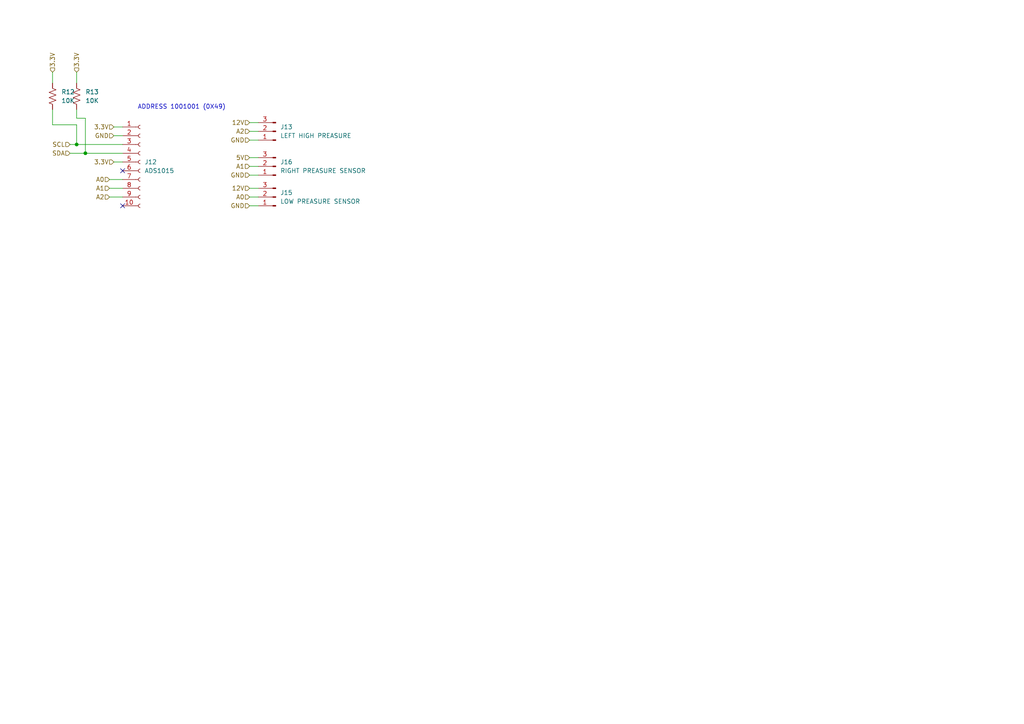
<source format=kicad_sch>
(kicad_sch (version 20231120) (generator "eeschema") (generator_version "8.0")
  (paper "A4")
  (lib_symbols
    (symbol "Connector:Conn_01x03_Pin" (pin_names (offset 1.016) hide)
      (property "Reference" "J" (at 0 5.08 0))
      (property "Value" "Conn_01x03_Pin" (at 0 -5.08 0))
      (symbol "Conn_01x03_Pin_1_1"
        (polyline (pts (xy 1.27 -2.54) (xy 0.8636 -2.54)) (stroke (width 0.1524)))
        (polyline (pts (xy 1.27 0) (xy 0.8636 0)) (stroke (width 0.1524)))
        (polyline (pts (xy 1.27 2.54) (xy 0.8636 2.54)) (stroke (width 0.1524)))
        (rectangle (start 0.8636 -2.413) (end 0 -2.667) (stroke (width 0.1524)) (fill (type outline)))
        (rectangle (start 0.8636 0.127) (end 0 -0.127) (stroke (width 0.1524)) (fill (type outline)))
        (rectangle (start 0.8636 2.667) (end 0 2.413) (stroke (width 0.1524)) (fill (type outline)))
        (pin passive line (at 5.08 2.54 180) (length 3.81) (name "Pin_1") (number "1"))
        (pin passive line (at 5.08 0 180) (length 3.81) (name "Pin_2") (number "2"))
        (pin passive line (at 5.08 -2.54 180) (length 3.81) (name "Pin_3") (number "3"))
      )
    )
    (symbol "Connector:Conn_01x10_Socket" (pin_names (offset 1.016) hide)
      (property "Reference" "J" (at 0 12.7 0))
      (property "Value" "Conn_01x10_Socket" (at 0 -15.24 0))
      (symbol "Conn_01x10_Socket_1_1"
        (arc (start 0 -12.192) (mid -0.5058 -12.7) (end 0 -13.208) (stroke (width 0.1524)))
        (arc (start 0 -9.652) (mid -0.5058 -10.16) (end 0 -10.668) (stroke (width 0.1524)))
        (arc (start 0 -7.112) (mid -0.5058 -7.62) (end 0 -8.128) (stroke (width 0.1524)))
        (arc (start 0 -4.572) (mid -0.5058 -5.08) (end 0 -5.588) (stroke (width 0.1524)))
        (arc (start 0 -2.032) (mid -0.5058 -2.54) (end 0 -3.048) (stroke (width 0.1524)))
        (polyline (pts (xy -1.27 -12.7) (xy -0.508 -12.7)) (stroke (width 0.1524)))
        (polyline (pts (xy -1.27 -10.16) (xy -0.508 -10.16)) (stroke (width 0.1524)))
        (polyline (pts (xy -1.27 -7.62) (xy -0.508 -7.62)) (stroke (width 0.1524)))
        (polyline (pts (xy -1.27 -5.08) (xy -0.508 -5.08)) (stroke (width 0.1524)))
        (polyline (pts (xy -1.27 -2.54) (xy -0.508 -2.54)) (stroke (width 0.1524)))
        (polyline (pts (xy -1.27 0) (xy -0.508 0)) (stroke (width 0.1524)))
        (polyline (pts (xy -1.27 2.54) (xy -0.508 2.54)) (stroke (width 0.1524)))
        (polyline (pts (xy -1.27 5.08) (xy -0.508 5.08)) (stroke (width 0.1524)))
        (polyline (pts (xy -1.27 7.62) (xy -0.508 7.62)) (stroke (width 0.1524)))
        (polyline (pts (xy -1.27 10.16) (xy -0.508 10.16)) (stroke (width 0.1524)))
        (arc (start 0 0.508) (mid -0.5058 0) (end 0 -0.508) (stroke (width 0.1524)))
        (arc (start 0 3.048) (mid -0.5058 2.54) (end 0 2.032) (stroke (width 0.1524)))
        (arc (start 0 5.588) (mid -0.5058 5.08) (end 0 4.572) (stroke (width 0.1524)))
        (arc (start 0 8.128) (mid -0.5058 7.62) (end 0 7.112) (stroke (width 0.1524)))
        (arc (start 0 10.668) (mid -0.5058 10.16) (end 0 9.652) (stroke (width 0.1524)))
        (pin passive line (at -5.08 10.16 0) (length 3.81) (name "Pin_1") (number "1"))
        (pin passive line (at -5.08 -12.7 0) (length 3.81) (name "Pin_10") (number "10"))
        (pin passive line (at -5.08 7.62 0) (length 3.81) (name "Pin_2") (number "2"))
        (pin passive line (at -5.08 5.08 0) (length 3.81) (name "Pin_3") (number "3"))
        (pin passive line (at -5.08 2.54 0) (length 3.81) (name "Pin_4") (number "4"))
        (pin passive line (at -5.08 0 0) (length 3.81) (name "Pin_5") (number "5"))
        (pin passive line (at -5.08 -2.54 0) (length 3.81) (name "Pin_6") (number "6"))
        (pin passive line (at -5.08 -5.08 0) (length 3.81) (name "Pin_7") (number "7"))
        (pin passive line (at -5.08 -7.62 0) (length 3.81) (name "Pin_8") (number "8"))
        (pin passive line (at -5.08 -10.16 0) (length 3.81) (name "Pin_9") (number "9"))
      )
    )
    (symbol "Device:R_US" (pin_numbers hide) (pin_names (offset 0))
      (property "Reference" "R" (at 2.54 0 90))
      (property "Value" "R_US" (at -2.54 0 90))
      (symbol "R_US_0_1"
        (polyline (pts (xy 0 -2.286) (xy 0 -2.54)))
        (polyline (pts (xy 0 2.286) (xy 0 2.54)))
        (polyline (pts (xy 0 -0.762) (xy 1.016 -1.143) (xy 0 -1.524) (xy -1.016 -1.905) (xy 0 -2.286)))
        (polyline (pts (xy 0 0.762) (xy 1.016 0.381) (xy 0 0) (xy -1.016 -0.381) (xy 0 -0.762)))
        (polyline (pts (xy 0 2.286) (xy 1.016 1.905) (xy 0 1.524) (xy -1.016 1.143) (xy 0 0.762)))
      )
      (symbol "R_US_1_1"
        (pin passive line (at 0 3.81 270) (length 1.27) (name "~") (number "1"))
        (pin passive line (at 0 -3.81 90) (length 1.27) (name "~") (number "2"))
      )
    )
  )
  (junction (at 24.765 44.45))
  (junction (at 22.225 41.91))
  (no_connect (at 35.56 49.53))
  (no_connect (at 35.56 59.69))
  (wire (pts (xy 72.39 54.61) (xy 74.93 54.61)))
  (wire (pts (xy 31.75 57.15) (xy 35.56 57.15)))
  (wire (pts (xy 24.765 44.45) (xy 35.56 44.45)))
  (wire (pts (xy 33.02 36.83) (xy 35.56 36.83)))
  (wire (pts (xy 33.02 39.37) (xy 35.56 39.37)))
  (wire (pts (xy 24.765 34.29) (xy 24.765 44.45)))
  (wire (pts (xy 22.225 34.29) (xy 24.765 34.29)))
  (wire (pts (xy 72.39 59.69) (xy 74.93 59.69)))
  (wire (pts (xy 20.32 41.91) (xy 22.225 41.91)))
  (wire (pts (xy 22.225 36.195) (xy 22.225 41.91)))
  (wire (pts (xy 72.39 38.1) (xy 74.93 38.1)))
  (wire (pts (xy 72.39 57.15) (xy 74.93 57.15)))
  (wire (pts (xy 31.75 54.61) (xy 35.56 54.61)))
  (wire (pts (xy 22.225 41.91) (xy 35.56 41.91)))
  (wire (pts (xy 22.225 20.955) (xy 22.225 24.13)))
  (wire (pts (xy 72.39 50.8) (xy 74.93 50.8)))
  (wire (pts (xy 72.39 48.26) (xy 74.93 48.26)))
  (wire (pts (xy 22.225 31.75) (xy 22.225 34.29)))
  (wire (pts (xy 31.75 52.07) (xy 35.56 52.07)))
  (wire (pts (xy 33.02 46.99) (xy 35.56 46.99)))
  (wire (pts (xy 15.24 31.75) (xy 15.24 36.195)))
  (wire (pts (xy 72.39 40.64) (xy 74.93 40.64)))
  (wire (pts (xy 72.39 35.56) (xy 74.93 35.56)))
  (wire (pts (xy 15.24 20.955) (xy 15.24 24.13)))
  (wire (pts (xy 72.39 45.72) (xy 74.93 45.72)))
  (wire (pts (xy 15.24 36.195) (xy 22.225 36.195)))
  (wire (pts (xy 20.32 44.45) (xy 24.765 44.45)))
  (text "ADDRESS 1001001 (0X49)\n" (at 52.705 31.115 0) (effects (font (size 1.27 1.27))))
  (hierarchical_label "3.3V" (shape input) (at 15.24 20.955 90))
  (hierarchical_label "3.3V" (shape input) (at 22.225 20.955 90))
  (hierarchical_label "GND" (shape input) (at 72.39 40.64 180))
  (hierarchical_label "3.3V" (shape input) (at 33.02 46.99 180))
  (hierarchical_label "SCL" (shape input) (at 20.32 41.91 180))
  (hierarchical_label "A1" (shape input) (at 31.75 54.61 180))
  (hierarchical_label "A2" (shape input) (at 31.75 57.15 180))
  (hierarchical_label "SDA" (shape input) (at 20.32 44.45 180))
  (hierarchical_label "3.3V" (shape input) (at 33.02 36.83 180))
  (hierarchical_label "12V" (shape input) (at 72.39 54.61 180))
  (hierarchical_label "A1" (shape input) (at 72.39 48.26 180))
  (hierarchical_label "5V" (shape input) (at 72.39 45.72 180))
  (hierarchical_label "A0" (shape input) (at 72.39 57.15 180))
  (hierarchical_label "12V" (shape input) (at 72.39 35.56 180))
  (hierarchical_label "GND" (shape input) (at 72.39 59.69 180))
  (hierarchical_label "GND" (shape input) (at 33.02 39.37 180))
  (hierarchical_label "A0" (shape input) (at 31.75 52.07 180))
  (hierarchical_label "A2" (shape input) (at 72.39 38.1 180))
  (hierarchical_label "GND" (shape input) (at 72.39 50.8 180))
  (symbol (lib_id "Connector:Conn_01x10_Socket") (at 40.64 46.99 0) (unit 1)
    (property "Reference" "J12" (at 41.91 46.9899 0) (effects (justify left)))
    (property "Value" "ADS1015" (at 41.91 49.5299 0) (effects (justify left)))
    (property "Footprint" "Connector_PinSocket_2.54mm:PinSocket_1x10_P2.54mm_Vertical" (effects (hide yes)))
    (property "Description" "Generic connector, single row, 01x10, script generated" (effects (hide yes)))
  )
  (symbol (lib_id "Connector:Conn_01x03_Pin") (at 80.01 38.1 180) (unit 1)
    (property "Reference" "J13" (at 81.28 36.8299 0) (effects (justify right)))
    (property "Value" "LEFT HIGH PREASURE" (at 81.28 39.3699 0) (effects (justify right)))
    (property "Footprint" "Connector_JST:JST_XH_B3B-XH-A_1x03_P2.50mm_Vertical" (effects (hide yes)))
    (property "Description" "Generic connector, single row, 01x03, script generated" (effects (hide yes)))
  )
  (symbol (lib_id "Connector:Conn_01x03_Pin") (at 80.01 48.26 180) (unit 1)
    (property "Reference" "J16" (at 81.28 46.9899 0) (effects (justify right)))
    (property "Value" "RIGHT PREASURE SENSOR" (at 81.28 49.5299 0) (effects (justify right)))
    (property "Footprint" "Connector_JST:JST_XH_B3B-XH-A_1x03_P2.50mm_Vertical" (effects (hide yes)))
    (property "Description" "Generic connector, single row, 01x03, script generated" (effects (hide yes)))
  )
  (symbol (lib_id "Device:R_US") (at 15.24 27.94 0) (unit 1)
    (property "Reference" "R12" (at 17.78 26.6699 0) (effects (justify left)))
    (property "Value" "10K" (at 17.78 29.2099 0) (effects (justify left)))
    (property "Footprint" "Resistor_SMD:R_0402_1005Metric_Pad0.72x0.64mm_HandSolder" (effects (hide yes)))
    (property "Description" "Resistor, US symbol" (effects (hide yes)))
  )
  (symbol (lib_id "Device:R_US") (at 22.225 27.94 0) (unit 1)
    (property "Reference" "R13" (at 24.765 26.6699 0) (effects (justify left)))
    (property "Value" "10K" (at 24.765 29.2099 0) (effects (justify left)))
    (property "Footprint" "Resistor_SMD:R_0402_1005Metric_Pad0.72x0.64mm_HandSolder" (effects (hide yes)))
    (property "Description" "Resistor, US symbol" (effects (hide yes)))
  )
  (symbol (lib_id "Connector:Conn_01x03_Pin") (at 80.01 57.15 180) (unit 1)
    (property "Reference" "J15" (at 81.28 55.8799 0) (effects (justify right)))
    (property "Value" "LOW PREASURE SENSOR" (at 81.28 58.4199 0) (effects (justify right)))
    (property "Footprint" "Connector_JST:JST_XH_B3B-XH-A_1x03_P2.50mm_Vertical" (effects (hide yes)))
    (property "Description" "Generic connector, single row, 01x03, script generated" (effects (hide yes)))
  )
)
</source>
